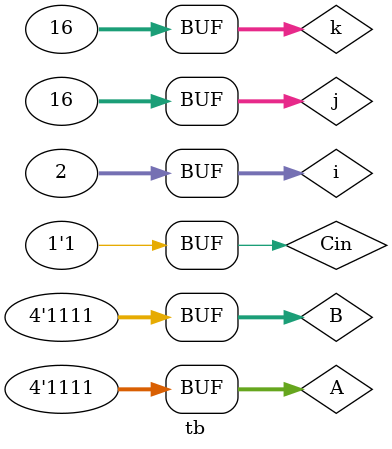
<source format=v>
module tb;
reg [3:0]A,B;
reg Cin;
wire [3:0]S;
wire Cout;

csa DUT(.A(A), .B(B), .Cin(Cin), .S(S), .Cout(Cout));

integer i,j,k;
initial begin
    $dumpfile("output.vcd");
    $dumpvars(0,tb);

    for(i=0;i<2;i=i+1)
    begin
      for(j=0;j<16;j=j+1)
      begin
        for (k=0;k<16;k=k+1)
        begin
            A = j;
            B = k;
            Cin = i;
            #10;
        end
      end
    end
end
    
endmodule
</source>
